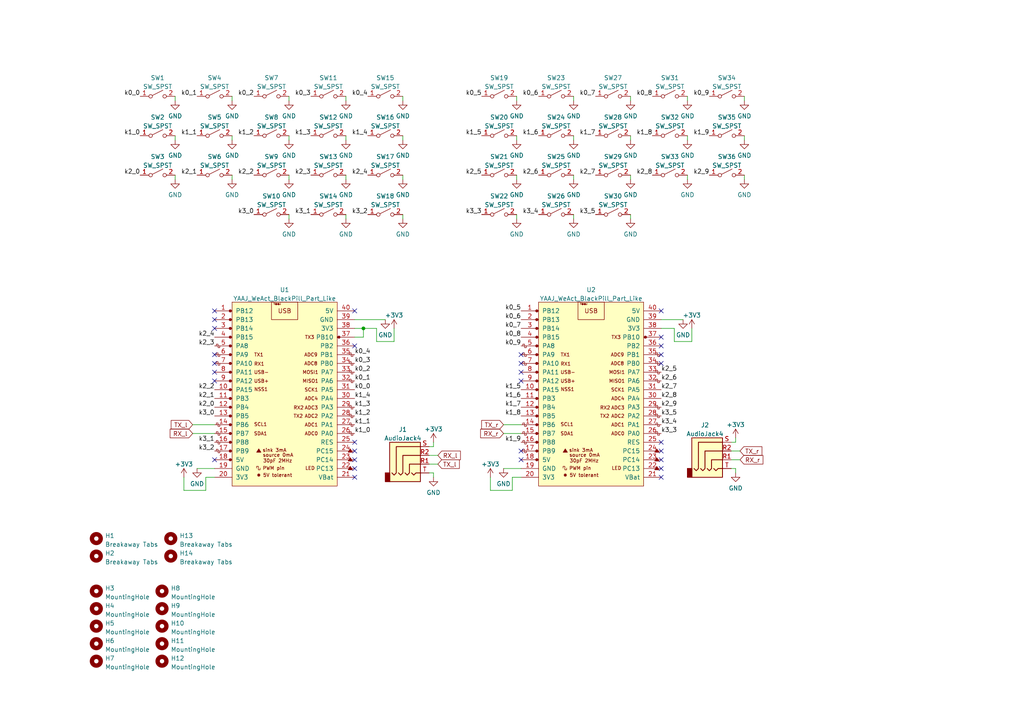
<source format=kicad_sch>
(kicad_sch (version 20211123) (generator eeschema)
  (paper "A4")
  (lib_symbols
    (symbol "Connector:AudioJack4"
      (property "Reference" "J" (at 0 8.89 0))
      (property "Value" "AudioJack4" (at 0 6.35 0))
      (symbol "AudioJack4_0_1"
        (rectangle (start -6.35 -5.08) (end -7.62 -7.62) (stroke (width 0.254)) (fill (type outline)))
        (polyline (pts (xy 0 -5.08) (xy 0.635 -5.715) (xy 1.27 -5.08) (xy 2.54 -5.08)) (stroke (width 0.254)))
        (polyline (pts (xy -5.715 -5.08) (xy -5.08 -5.715) (xy -4.445 -5.08) (xy -4.445 2.54) (xy 2.54 2.54)) (stroke (width 0.254)))
        (polyline (pts (xy -1.905 -5.08) (xy -1.27 -5.715) (xy -0.635 -5.08) (xy -0.635 -2.54) (xy 2.54 -2.54)) (stroke (width 0.254)))
        (polyline (pts (xy 2.54 0) (xy -2.54 0) (xy -2.54 -5.08) (xy -3.175 -5.715) (xy -3.81 -5.08)) (stroke (width 0.254)))
        (rectangle (start 2.54 3.81) (end -6.35 -7.62) (stroke (width 0.254)) (fill (type background)))
      )
      (symbol "AudioJack4_1_1"
        (pin passive line (at 5.08 -2.54 180) (length 2.54) (name "~") (number "R1"))
        (pin passive line (at 5.08 0 180) (length 2.54) (name "~") (number "R2"))
        (pin passive line (at 5.08 2.54 180) (length 2.54) (name "~") (number "S"))
        (pin passive line (at 5.08 -5.08 180) (length 2.54) (name "~") (number "T"))
      )
    )
    (symbol "Mechanical:MountingHole" (pin_names (offset 1.016))
      (property "Reference" "H" (at 0 5.08 0))
      (property "Value" "MountingHole" (at 0 3.175 0))
      (symbol "MountingHole_0_1"
        (circle (center 0 0) (radius 1.27) (stroke (width 1.27)))
      )
    )
    (symbol "Switch:SW_SPST" (pin_names (offset 0) hide)
      (property "Reference" "SW" (at 0 3.175 0))
      (property "Value" "SW_SPST" (at 0 -2.54 0))
      (symbol "SW_SPST_0_0"
        (circle (center -2.032 0) (radius 0.508))
        (polyline (pts (xy -1.524 0.254) (xy 1.524 1.778)))
        (circle (center 2.032 0) (radius 0.508))
      )
      (symbol "SW_SPST_1_1"
        (pin passive line (at -5.08 0 0) (length 2.54) (name "A") (number "1"))
        (pin passive line (at 5.08 0 180) (length 2.54) (name "B") (number "2"))
      )
    )
    (symbol "YAAJ_WeAct_BlackPill_Part_Like:YAAJ_WeAct_BlackPill_Part_Like" (pin_names (offset 1.016))
      (property "Reference" "U" (at -12.7 27.94 0))
      (property "Value" "YAAJ_WeAct_BlackPill_Part_Like" (at 0 2.54 90))
      (symbol "YAAJ_WeAct_BlackPill_Part_Like_0_0"
        (circle (center -15.748 -20.32) (radius 0.3556) (fill (type outline)))
        (circle (center -15.748 -17.78) (radius 0.3556) (fill (type outline)))
        (circle (center -15.748 -15.24) (radius 0.3556) (fill (type outline)))
        (circle (center -15.748 -12.7) (radius 0.3556) (fill (type outline)))
        (circle (center -15.748 -10.16) (radius 0.3556) (fill (type outline)))
        (circle (center -15.748 -7.62) (radius 0.3556) (fill (type outline)))
        (circle (center -15.748 -5.08) (radius 0.3556) (fill (type outline)))
        (circle (center -15.748 -2.54) (radius 0.3556) (fill (type outline)))
        (circle (center -15.748 0) (radius 0.3556) (fill (type outline)))
        (circle (center -15.748 2.54) (radius 0.3556) (fill (type outline)))
        (circle (center -15.748 5.08) (radius 0.3556) (fill (type outline)))
        (circle (center -15.748 7.62) (radius 0.3556) (fill (type outline)))
        (circle (center -15.748 10.16) (radius 0.3556) (fill (type outline)))
        (circle (center -15.748 12.7) (radius 0.3556) (fill (type outline)))
        (circle (center -15.748 15.24) (radius 0.3556) (fill (type outline)))
        (circle (center -15.748 17.78) (radius 0.3556) (fill (type outline)))
        (circle (center -15.748 22.86) (radius 0.3556) (fill (type outline)))
        (circle (center -7.493 -24.765) (radius 0.127) (fill (type outline)))
        (circle (center -7.493 -24.765) (radius 0.254))
        (circle (center -7.493 -24.765) (radius 0.3556))
        (polyline (pts (xy -8.128 -18.161) (xy -7.493 -17.145) (xy -6.858 -18.161) (xy -8.128 -18.161) (xy -7.493 -17.272) (xy -6.985 -18.161) (xy -8.001 -18.034) (xy -7.493 -17.399) (xy -7.112 -18.161) (xy -7.874 -17.907) (xy -7.366 -17.526) (xy -7.239 -18.161) (xy -7.747 -17.78) (xy -7.239 -17.653) (xy -7.366 -18.034) (xy -7.62 -17.78) (xy -7.366 -17.907) (xy -7.493 -17.653)))
        (polyline (pts (xy 18.415 -23.241) (xy 19.05 -22.225) (xy 19.685 -23.241) (xy 18.415 -23.241) (xy 19.05 -22.352) (xy 19.558 -23.241) (xy 18.542 -23.114) (xy 19.05 -22.479) (xy 19.431 -23.241) (xy 18.669 -22.987) (xy 19.177 -22.606) (xy 19.304 -23.241) (xy 18.796 -22.86) (xy 19.304 -22.733) (xy 19.177 -23.114) (xy 18.923 -22.86) (xy 19.177 -22.987) (xy 19.05 -22.733)))
        (polyline (pts (xy 18.415 -20.701) (xy 19.05 -19.685) (xy 19.685 -20.701) (xy 18.415 -20.701) (xy 19.05 -19.812) (xy 19.558 -20.701) (xy 18.542 -20.574) (xy 19.05 -19.939) (xy 19.431 -20.701) (xy 18.669 -20.447) (xy 19.177 -20.066) (xy 19.304 -20.701) (xy 18.796 -20.32) (xy 19.304 -20.193) (xy 19.177 -20.574) (xy 18.923 -20.32) (xy 19.177 -20.447) (xy 19.05 -20.193)))
        (polyline (pts (xy 18.415 -18.161) (xy 19.05 -17.145) (xy 19.685 -18.161) (xy 18.415 -18.161) (xy 19.05 -17.272) (xy 19.558 -18.161) (xy 18.542 -18.034) (xy 19.05 -17.399) (xy 19.431 -18.161) (xy 18.669 -17.907) (xy 19.177 -17.526) (xy 19.304 -18.161) (xy 18.796 -17.78) (xy 19.304 -17.653) (xy 19.177 -18.034) (xy 18.923 -17.78) (xy 19.177 -17.907) (xy 19.05 -17.653)))
        (circle (center 15.748 15.24) (radius 0.254) (fill (type outline)))
        (circle (center 15.748 15.24) (radius 0.3556))
        (text "30pF 2MHz" (at -2.032 -20.574 0) (effects (font (size 0.9906 0.9906))))
        (text "5V tolerant" (at -2.032 -24.765 0) (effects (font (size 0.9906 0.9906))))
        (text "ADC0" (at 7.747 -12.7 0) (effects (font (size 0.9906 0.9906))))
        (text "ADC1" (at 7.747 -10.16 0) (effects (font (size 0.9906 0.9906))))
        (text "ADC2" (at 7.747 -7.62 0) (effects (font (size 0.9906 0.9906))))
        (text "ADC3" (at 7.747 -5.207 0) (effects (font (size 0.9906 0.9906))))
        (text "ADC4" (at 7.747 -2.54 0) (effects (font (size 0.9906 0.9906))))
        (text "ADC8" (at 7.62 7.62 0) (effects (font (size 0.9906 0.9906))))
        (text "ADC9" (at 7.62 10.16 0) (effects (font (size 0.9906 0.9906))))
        (text "LED" (at 7.366 -22.733 0) (effects (font (size 0.9906 0.9906))))
        (text "MISO1" (at 7.493 2.54 0) (effects (font (size 0.9906 0.9906))))
        (text "MOSI1" (at 7.493 5.08 0) (effects (font (size 0.9906 0.9906))))
        (text "NSS1" (at -6.858 0.127 0) (effects (font (size 0.9906 0.9906))))
        (text "PWM pin" (at -3.175 -22.733 0) (effects (font (size 0.9906 0.9906))))
        (text "RX1" (at -7.366 7.493 0) (effects (font (size 0.9906 0.9906))))
        (text "RX2" (at 4.064 -5.207 0) (effects (font (size 0.9906 0.9906))))
        (text "SCK1" (at 7.747 0 0) (effects (font (size 0.9906 0.9906))))
        (text "SCL1" (at -6.985 -10.033 0) (effects (font (size 0.9906 0.9906))))
        (text "SDA1" (at -6.985 -12.7 0) (effects (font (size 0.9906 0.9906))))
        (text "sink 3mA" (at -2.921 -17.526 0) (effects (font (size 0.9906 0.9906))))
        (text "source 0mA" (at -1.905 -18.923 0) (effects (font (size 0.9906 0.9906))))
        (text "TX1" (at -7.493 10.16 0) (effects (font (size 0.9906 0.9906))))
        (text "TX2" (at 3.937 -7.62 0) (effects (font (size 0.9906 0.9906))))
        (text "TX3" (at 7.239 15.24 0) (effects (font (size 0.9906 0.9906))))
        (text "USB" (at 0 22.86 0) (effects (font (size 1.27 1.27))))
        (text "USB+" (at -6.731 2.54 0) (effects (font (size 0.9906 0.9906))))
        (text "USB-" (at -6.731 5.08 0) (effects (font (size 0.9906 0.9906))))
        (text "Y@@J" (at -2.159 24.892 0) (effects (font (size 0.508 0.508))))
      )
      (symbol "YAAJ_WeAct_BlackPill_Part_Like_0_1"
        (rectangle (start -15.24 25.4) (end 15.24 -27.94) (fill (type background)))
        (polyline (pts (xy -18.796 -17.78) (xy -18.796 -18.288) (xy -19.304 -18.288) (xy -19.304 -17.272) (xy -19.812 -17.272) (xy -19.812 -17.78)))
        (polyline (pts (xy -18.796 -15.24) (xy -18.796 -15.748) (xy -19.304 -15.748) (xy -19.304 -14.732) (xy -19.812 -14.732) (xy -19.812 -15.24)))
        (polyline (pts (xy -18.796 -12.7) (xy -18.796 -13.208) (xy -19.304 -13.208) (xy -19.304 -12.192) (xy -19.812 -12.192) (xy -19.812 -12.7)))
        (polyline (pts (xy -18.796 -10.16) (xy -18.796 -10.668) (xy -19.304 -10.668) (xy -19.304 -9.652) (xy -19.812 -9.652) (xy -19.812 -10.16)))
        (polyline (pts (xy -18.796 7.62) (xy -18.796 7.112) (xy -19.304 7.112) (xy -19.304 8.128) (xy -19.812 8.128) (xy -19.812 7.62)))
        (polyline (pts (xy -18.796 10.16) (xy -18.796 9.652) (xy -19.304 9.652) (xy -19.304 10.668) (xy -19.812 10.668) (xy -19.812 10.16)))
        (polyline (pts (xy -18.796 12.7) (xy -18.796 12.192) (xy -19.304 12.192) (xy -19.304 13.208) (xy -19.812 13.208) (xy -19.812 12.7)))
        (polyline (pts (xy -7.112 -22.733) (xy -7.112 -23.241) (xy -7.62 -23.241) (xy -7.62 -22.225) (xy -8.128 -22.225) (xy -8.128 -22.733)))
        (polyline (pts (xy 19.812 -12.7) (xy 19.812 -13.208) (xy 19.304 -13.208) (xy 19.304 -12.192) (xy 18.796 -12.192) (xy 18.796 -12.7)))
        (polyline (pts (xy 19.812 -10.16) (xy 19.812 -10.668) (xy 19.304 -10.668) (xy 19.304 -9.652) (xy 18.796 -9.652) (xy 18.796 -10.16)))
        (polyline (pts (xy 19.812 -7.62) (xy 19.812 -8.128) (xy 19.304 -8.128) (xy 19.304 -7.112) (xy 18.796 -7.112) (xy 18.796 -7.62)))
        (polyline (pts (xy 19.812 -5.08) (xy 19.812 -5.588) (xy 19.304 -5.588) (xy 19.304 -4.572) (xy 18.796 -4.572) (xy 18.796 -5.08)))
        (polyline (pts (xy 19.812 2.54) (xy 19.812 2.032) (xy 19.304 2.032) (xy 19.304 3.048) (xy 18.796 3.048) (xy 18.796 2.54)))
        (polyline (pts (xy 19.812 5.08) (xy 19.812 4.572) (xy 19.304 4.572) (xy 19.304 5.588) (xy 18.796 5.588) (xy 18.796 5.08)))
        (polyline (pts (xy 19.812 7.62) (xy 19.812 7.112) (xy 19.304 7.112) (xy 19.304 8.128) (xy 18.796 8.128) (xy 18.796 7.62)))
        (polyline (pts (xy 19.812 10.16) (xy 19.812 9.652) (xy 19.304 9.652) (xy 19.304 10.668) (xy 18.796 10.668) (xy 18.796 10.16)))
        (rectangle (start 3.81 25.4) (end -3.81 20.32))
      )
      (symbol "YAAJ_WeAct_BlackPill_Part_Like_1_1"
        (circle (center -15.748 20.32) (radius 0.3556) (fill (type outline)))
        (pin bidirectional line (at -20.32 22.86 0) (length 5.08) (name "PB12") (number "1"))
        (pin bidirectional line (at -20.32 0 0) (length 5.08) (name "PA15") (number "10"))
        (pin bidirectional line (at -20.32 -2.54 0) (length 5.08) (name "PB3") (number "11"))
        (pin bidirectional line (at -20.32 -5.08 0) (length 5.08) (name "PB4") (number "12"))
        (pin bidirectional line (at -20.32 -7.62 0) (length 5.08) (name "PB5") (number "13"))
        (pin bidirectional line (at -20.32 -10.16 0) (length 5.08) (name "PB6") (number "14"))
        (pin bidirectional line (at -20.32 -12.7 0) (length 5.08) (name "PB7") (number "15"))
        (pin bidirectional line (at -20.32 -15.24 0) (length 5.08) (name "PB8") (number "16"))
        (pin bidirectional line (at -20.32 -17.78 0) (length 5.08) (name "PB9") (number "17"))
        (pin power_in line (at -20.32 -20.32 0) (length 5.08) (name "5V") (number "18"))
        (pin power_in line (at -20.32 -22.86 0) (length 5.08) (name "GND") (number "19"))
        (pin bidirectional line (at -20.32 20.32 0) (length 5.08) (name "PB13") (number "2"))
        (pin power_in line (at -20.32 -25.4 0) (length 5.08) (name "3V3") (number "20"))
        (pin power_in line (at 20.32 -25.4 180) (length 5.08) (name "VBat") (number "21"))
        (pin bidirectional line (at 20.32 -22.86 180) (length 5.08) (name "PC13") (number "22"))
        (pin bidirectional line (at 20.32 -20.32 180) (length 5.08) (name "PC14") (number "23"))
        (pin bidirectional line (at 20.32 -17.78 180) (length 5.08) (name "PC15") (number "24"))
        (pin input line (at 20.32 -15.24 180) (length 5.08) (name "RES") (number "25"))
        (pin bidirectional line (at 20.32 -12.7 180) (length 5.08) (name "PA0") (number "26"))
        (pin bidirectional line (at 20.32 -10.16 180) (length 5.08) (name "PA1") (number "27"))
        (pin bidirectional line (at 20.32 -7.62 180) (length 5.08) (name "PA2") (number "28"))
        (pin bidirectional line (at 20.32 -5.08 180) (length 5.08) (name "PA3") (number "29"))
        (pin bidirectional line (at -20.32 17.78 0) (length 5.08) (name "PB14") (number "3"))
        (pin bidirectional line (at 20.32 -2.54 180) (length 5.08) (name "PA4") (number "30"))
        (pin bidirectional line (at 20.32 0 180) (length 5.08) (name "PA5") (number "31"))
        (pin bidirectional line (at 20.32 2.54 180) (length 5.08) (name "PA6") (number "32"))
        (pin bidirectional line (at 20.32 5.08 180) (length 5.08) (name "PA7") (number "33"))
        (pin bidirectional line (at 20.32 7.62 180) (length 5.08) (name "PB0") (number "34"))
        (pin bidirectional line (at 20.32 10.16 180) (length 5.08) (name "PB1") (number "35"))
        (pin bidirectional line (at 20.32 12.7 180) (length 5.08) (name "PB2") (number "36"))
        (pin bidirectional line (at 20.32 15.24 180) (length 5.08) (name "PB10") (number "37"))
        (pin power_in line (at 20.32 17.78 180) (length 5.08) (name "3V3") (number "38"))
        (pin power_in line (at 20.32 20.32 180) (length 5.08) (name "GND") (number "39"))
        (pin bidirectional line (at -20.32 15.24 0) (length 5.08) (name "PB15") (number "4"))
        (pin power_in line (at 20.32 22.86 180) (length 5.08) (name "5V") (number "40"))
        (pin bidirectional line (at -20.32 12.7 0) (length 5.08) (name "PA8") (number "5"))
        (pin bidirectional line (at -20.32 10.16 0) (length 5.08) (name "PA9") (number "6"))
        (pin bidirectional line (at -20.32 7.62 0) (length 5.08) (name "PA10") (number "7"))
        (pin bidirectional line (at -20.32 5.08 0) (length 5.08) (name "PA11") (number "8"))
        (pin bidirectional line (at -20.32 2.54 0) (length 5.08) (name "PA12") (number "9"))
      )
    )
    (symbol "power:+3V3" (power) (pin_names (offset 0))
      (property "Value" "+3V3" (at 0 3.556 0))
      (symbol "+3V3_0_1"
        (polyline (pts (xy -0.762 1.27) (xy 0 2.54)))
        (polyline (pts (xy 0 0) (xy 0 2.54)))
        (polyline (pts (xy 0 2.54) (xy 0.762 1.27)))
      )
      (symbol "+3V3_1_1"
        (pin power_in line (at 0 0 90) (length 0) hide (name "+3V3") (number "1"))
      )
    )
    (symbol "power:GND" (power) (pin_names (offset 0))
      (property "Value" "GND" (at 0 -3.81 0))
      (symbol "GND_0_1"
        (polyline (pts (xy 0 0) (xy 0 -1.27) (xy 1.27 -1.27) (xy 0 -2.54) (xy -1.27 -1.27) (xy 0 -1.27)))
      )
      (symbol "GND_1_1"
        (pin power_in line (at 0 0 270) (length 0) hide (name "GND") (number "1"))
      )
    )
  )
  (junction (at 105.41 95.25))
  (no_connect (at 62.23 90.17))
  (no_connect (at 62.23 92.71))
  (no_connect (at 62.23 95.25))
  (no_connect (at 102.87 138.43))
  (no_connect (at 102.87 135.89))
  (no_connect (at 102.87 133.35))
  (no_connect (at 102.87 128.27))
  (no_connect (at 102.87 130.81))
  (no_connect (at 191.77 90.17))
  (no_connect (at 191.77 138.43))
  (no_connect (at 191.77 135.89))
  (no_connect (at 191.77 133.35))
  (no_connect (at 191.77 130.81))
  (no_connect (at 191.77 128.27))
  (no_connect (at 151.13 102.87))
  (no_connect (at 151.13 105.41))
  (no_connect (at 151.13 107.95))
  (no_connect (at 151.13 110.49))
  (no_connect (at 151.13 133.35))
  (no_connect (at 62.23 102.87))
  (no_connect (at 62.23 105.41))
  (no_connect (at 62.23 107.95))
  (no_connect (at 62.23 110.49))
  (no_connect (at 102.87 90.17))
  (no_connect (at 62.23 133.35))
  (no_connect (at 151.13 130.81))
  (no_connect (at 191.77 97.79))
  (no_connect (at 191.77 100.33))
  (no_connect (at 191.77 102.87))
  (no_connect (at 191.77 105.41))
  (no_connect (at 102.87 100.33))
  (wire (pts (xy 182.88 50.8) (xy 182.88 52.07)))
  (wire (pts (xy 124.46 129.54) (xy 125.73 129.54)))
  (wire (pts (xy 199.39 39.37) (xy 199.39 40.64)))
  (wire (pts (xy 67.31 27.94) (xy 67.31 29.21)))
  (wire (pts (xy 199.39 50.8) (xy 199.39 52.07)))
  (wire (pts (xy 116.84 27.94) (xy 116.84 29.21)))
  (wire (pts (xy 114.3 99.06) (xy 114.3 95.25)))
  (wire (pts (xy 151.13 138.43) (xy 148.59 138.43)))
  (wire (pts (xy 212.09 128.27) (xy 213.36 128.27)))
  (wire (pts (xy 50.8 39.37) (xy 50.8 40.64)))
  (wire (pts (xy 200.66 99.06) (xy 200.66 95.25)))
  (wire (pts (xy 166.37 39.37) (xy 166.37 40.64)))
  (wire (pts (xy 195.58 99.06) (xy 200.66 99.06)))
  (wire (pts (xy 102.87 95.25) (xy 105.41 95.25)))
  (wire (pts (xy 55.88 125.73) (xy 62.23 125.73)))
  (wire (pts (xy 105.41 95.25) (xy 109.22 95.25)))
  (wire (pts (xy 146.05 135.89) (xy 151.13 135.89)))
  (wire (pts (xy 149.86 50.8) (xy 149.86 52.07)))
  (wire (pts (xy 83.82 62.23) (xy 83.82 63.5)))
  (wire (pts (xy 212.09 135.89) (xy 213.36 135.89)))
  (wire (pts (xy 182.88 62.23) (xy 182.88 63.5)))
  (wire (pts (xy 67.31 50.8) (xy 67.31 52.07)))
  (wire (pts (xy 83.82 27.94) (xy 83.82 29.21)))
  (wire (pts (xy 127 132.08) (xy 124.46 132.08)))
  (wire (pts (xy 213.36 135.89) (xy 213.36 137.16)))
  (wire (pts (xy 116.84 62.23) (xy 116.84 63.5)))
  (wire (pts (xy 166.37 50.8) (xy 166.37 52.07)))
  (wire (pts (xy 57.15 135.89) (xy 62.23 135.89)))
  (wire (pts (xy 50.8 27.94) (xy 50.8 29.21)))
  (wire (pts (xy 55.88 123.19) (xy 62.23 123.19)))
  (wire (pts (xy 67.31 39.37) (xy 67.31 40.64)))
  (wire (pts (xy 124.46 137.16) (xy 125.73 137.16)))
  (wire (pts (xy 146.05 125.73) (xy 151.13 125.73)))
  (wire (pts (xy 166.37 62.23) (xy 166.37 63.5)))
  (wire (pts (xy 166.37 27.94) (xy 166.37 29.21)))
  (wire (pts (xy 149.86 39.37) (xy 149.86 40.64)))
  (wire (pts (xy 59.69 142.24) (xy 53.34 142.24)))
  (wire (pts (xy 148.59 138.43) (xy 148.59 142.24)))
  (wire (pts (xy 215.9 27.94) (xy 215.9 29.21)))
  (wire (pts (xy 83.82 50.8) (xy 83.82 52.07)))
  (wire (pts (xy 215.9 39.37) (xy 215.9 40.64)))
  (wire (pts (xy 109.22 95.25) (xy 109.22 99.06)))
  (wire (pts (xy 50.8 50.8) (xy 50.8 52.07)))
  (wire (pts (xy 182.88 39.37) (xy 182.88 40.64)))
  (wire (pts (xy 125.73 137.16) (xy 125.73 138.43)))
  (wire (pts (xy 213.36 128.27) (xy 213.36 127)))
  (wire (pts (xy 100.33 27.94) (xy 100.33 29.21)))
  (wire (pts (xy 100.33 39.37) (xy 100.33 40.64)))
  (wire (pts (xy 105.41 97.79) (xy 105.41 95.25)))
  (wire (pts (xy 102.87 92.71) (xy 111.76 92.71)))
  (wire (pts (xy 191.77 95.25) (xy 195.58 95.25)))
  (wire (pts (xy 146.05 123.19) (xy 151.13 123.19)))
  (wire (pts (xy 199.39 27.94) (xy 199.39 29.21)))
  (wire (pts (xy 215.9 50.8) (xy 215.9 52.07)))
  (wire (pts (xy 148.59 142.24) (xy 142.24 142.24)))
  (wire (pts (xy 191.77 92.71) (xy 198.12 92.71)))
  (wire (pts (xy 142.24 142.24) (xy 142.24 138.43)))
  (wire (pts (xy 116.84 39.37) (xy 116.84 40.64)))
  (wire (pts (xy 53.34 142.24) (xy 53.34 138.43)))
  (wire (pts (xy 100.33 50.8) (xy 100.33 52.07)))
  (wire (pts (xy 62.23 138.43) (xy 59.69 138.43)))
  (wire (pts (xy 59.69 138.43) (xy 59.69 142.24)))
  (wire (pts (xy 127 134.62) (xy 124.46 134.62)))
  (wire (pts (xy 214.63 130.81) (xy 212.09 130.81)))
  (wire (pts (xy 100.33 62.23) (xy 100.33 63.5)))
  (wire (pts (xy 125.73 129.54) (xy 125.73 128.27)))
  (wire (pts (xy 149.86 27.94) (xy 149.86 29.21)))
  (wire (pts (xy 149.86 62.23) (xy 149.86 63.5)))
  (wire (pts (xy 195.58 95.25) (xy 195.58 99.06)))
  (wire (pts (xy 116.84 50.8) (xy 116.84 52.07)))
  (wire (pts (xy 109.22 99.06) (xy 114.3 99.06)))
  (wire (pts (xy 182.88 27.94) (xy 182.88 29.21)))
  (wire (pts (xy 214.63 133.35) (xy 212.09 133.35)))
  (wire (pts (xy 83.82 39.37) (xy 83.82 40.64)))
  (wire (pts (xy 102.87 97.79) (xy 105.41 97.79)))
  (label "k3_1" (at 90.17 62.23 180))
  (label "k0_5" (at 139.7 27.94 180))
  (label "k3_5" (at 172.72 62.23 180))
  (label "k3_1" (at 62.23 128.27 180))
  (label "k3_5" (at 191.77 120.65 0))
  (label "k2_9" (at 191.77 118.11 0))
  (label "k1_6" (at 151.13 115.57 180))
  (label "k0_1" (at 102.87 110.49 0))
  (label "k1_9" (at 151.13 128.27 180))
  (label "k2_0" (at 62.23 118.11 180))
  (label "k1_2" (at 102.87 120.65 0))
  (label "k1_0" (at 40.64 39.37 180))
  (label "k3_4" (at 191.77 123.19 0))
  (label "k2_8" (at 189.23 50.8 180))
  (label "k0_8" (at 189.23 27.94 180))
  (label "k2_8" (at 191.77 115.57 0))
  (label "k1_5" (at 151.13 113.03 180))
  (label "k2_4" (at 106.68 50.8 180))
  (label "k0_3" (at 102.87 105.41 0))
  (label "k0_3" (at 90.17 27.94 180))
  (label "k1_8" (at 151.13 120.65 180))
  (label "k2_7" (at 172.72 50.8 180))
  (label "k1_1" (at 102.87 123.19 0))
  (label "k3_4" (at 156.21 62.23 180))
  (label "k0_9" (at 205.74 27.94 180))
  (label "k2_9" (at 205.74 50.8 180))
  (label "k1_4" (at 106.68 39.37 180))
  (label "k2_5" (at 139.7 50.8 180))
  (label "k0_1" (at 57.15 27.94 180))
  (label "k1_7" (at 172.72 39.37 180))
  (label "k3_0" (at 62.23 120.65 180))
  (label "k1_8" (at 189.23 39.37 180))
  (label "k1_3" (at 90.17 39.37 180))
  (label "k2_0" (at 40.64 50.8 180))
  (label "k1_4" (at 102.87 115.57 0))
  (label "k0_2" (at 102.87 107.95 0))
  (label "k0_4" (at 102.87 102.87 0))
  (label "k1_0" (at 102.87 125.73 0))
  (label "k0_8" (at 151.13 97.79 180))
  (label "k1_7" (at 151.13 118.11 180))
  (label "k0_4" (at 106.68 27.94 180))
  (label "k1_1" (at 57.15 39.37 180))
  (label "k1_3" (at 102.87 118.11 0))
  (label "k2_6" (at 191.77 110.49 0))
  (label "k0_2" (at 73.66 27.94 180))
  (label "k3_0" (at 73.66 62.23 180))
  (label "k1_2" (at 73.66 39.37 180))
  (label "k0_6" (at 156.21 27.94 180))
  (label "k0_0" (at 40.64 27.94 180))
  (label "k3_2" (at 62.23 130.81 180))
  (label "k0_0" (at 102.87 113.03 0))
  (label "k2_7" (at 191.77 113.03 0))
  (label "k3_3" (at 191.77 125.73 0))
  (label "k3_2" (at 106.68 62.23 180))
  (label "k2_2" (at 73.66 50.8 180))
  (label "k1_9" (at 205.74 39.37 180))
  (label "k1_6" (at 156.21 39.37 180))
  (label "k2_4" (at 62.23 97.79 180))
  (label "k0_5" (at 151.13 90.17 180))
  (label "k0_9" (at 151.13 100.33 180))
  (label "k2_6" (at 156.21 50.8 180))
  (label "k3_3" (at 139.7 62.23 180))
  (label "k2_3" (at 90.17 50.8 180))
  (label "k2_3" (at 62.23 100.33 180))
  (label "k1_5" (at 139.7 39.37 180))
  (label "k2_2" (at 62.23 113.03 180))
  (label "k0_7" (at 151.13 95.25 180))
  (label "k2_1" (at 57.15 50.8 180))
  (label "k2_5" (at 191.77 107.95 0))
  (label "k2_1" (at 62.23 115.57 180))
  (label "k0_7" (at 172.72 27.94 180))
  (label "k0_6" (at 151.13 92.71 180))
  (global_label "RX_l" (shape input) (at 55.88 125.73 180) (property "Intersheet References" "${INTERSHEET_REFS}" (effects hide)))
  (global_label "RX_r" (shape input) (at 214.63 133.35 0) (property "Intersheet References" "${INTERSHEET_REFS}" (effects hide)))
  (global_label "TX_r" (shape input) (at 214.63 130.81 0) (property "Intersheet References" "${INTERSHEET_REFS}" (effects hide)))
  (global_label "TX_l" (shape input) (at 55.88 123.19 180) (property "Intersheet References" "${INTERSHEET_REFS}" (effects hide)))
  (global_label "TX_r" (shape input) (at 146.05 123.19 180) (property "Intersheet References" "${INTERSHEET_REFS}" (effects hide)))
  (global_label "RX_r" (shape input) (at 146.05 125.73 180) (property "Intersheet References" "${INTERSHEET_REFS}" (effects hide)))
  (global_label "TX_l" (shape input) (at 127 134.62 0) (property "Intersheet References" "${INTERSHEET_REFS}" (effects hide)))
  (global_label "RX_l" (shape input) (at 127 132.08 0) (property "Intersheet References" "${INTERSHEET_REFS}" (effects hide)))
  (symbol (lib_id "YAAJ_WeAct_BlackPill_Part_Like:YAAJ_WeAct_BlackPill_Part_Like") (at 82.55 113.03 0) (unit 1)
    (property "Reference" "U1" (at 82.55 84.0572 0))
    (property "Value" "YAAJ_WeAct_BlackPill_Part_Like" (at 82.55 86.5941 0))
    (property "Footprint" "tenax:BlackPill_STLINK" (effects hide))
  )
  (symbol (lib_id "power:GND") (at 149.86 63.5 0) (unit 1)
    (property "Reference" "#PWR022" (effects hide))
    (property "Value" "GND" (at 149.86 67.9434 0))
  )
  (symbol (lib_id "Switch:SW_SPST") (at 95.25 62.23 0) (unit 1)
    (property "Reference" "SW14" (at 95.25 56.8792 0))
    (property "Value" "SW_SPST" (at 95.25 59.4161 0))
    (property "Footprint" "tenax:CherryMX_Hotswap" (effects hide))
  )
  (symbol (lib_id "power:GND") (at 166.37 52.07 0) (unit 1)
    (property "Reference" "#PWR025" (effects hide))
    (property "Value" "GND" (at 166.37 56.5134 0))
  )
  (symbol (lib_id "power:GND") (at 100.33 52.07 0) (unit 1)
    (property "Reference" "#PWR013" (effects hide))
    (property "Value" "GND" (at 100.33 56.5134 0))
  )
  (symbol (lib_id "power:+3V3") (at 53.34 138.43 0) (unit 1)
    (property "Reference" "#PWR0112" (effects hide))
    (property "Value" "+3V3" (at 53.34 134.62 0))
  )
  (symbol (lib_id "power:GND") (at 182.88 63.5 0) (unit 1)
    (property "Reference" "#PWR030" (effects hide))
    (property "Value" "GND" (at 182.88 67.9434 0))
  )
  (symbol (lib_id "Mechanical:MountingHole") (at 27.94 161.29 0) (unit 1)
    (property "Reference" "H2" (at 30.48 160.4553 0) (effects (justify left)))
    (property "Value" "Breakaway Tabs" (at 30.48 162.9922 0) (effects (justify left)))
    (property "Footprint" "tenax:Breakaway_Tabs" (effects hide))
  )
  (symbol (lib_id "Switch:SW_SPST") (at 210.82 27.94 0) (unit 1)
    (property "Reference" "SW34" (at 210.82 22.5892 0))
    (property "Value" "SW_SPST" (at 210.82 25.1261 0))
    (property "Footprint" "tenax:CherryMX_Hotswap" (effects hide))
  )
  (symbol (lib_id "Switch:SW_SPST") (at 144.78 39.37 0) (unit 1)
    (property "Reference" "SW20" (at 144.78 34.0192 0))
    (property "Value" "SW_SPST" (at 144.78 36.5561 0))
    (property "Footprint" "tenax:CherryMX_Hotswap" (effects hide))
  )
  (symbol (lib_id "Switch:SW_SPST") (at 194.31 39.37 0) (unit 1)
    (property "Reference" "SW32" (at 194.31 34.0192 0))
    (property "Value" "SW_SPST" (at 194.31 36.5561 0))
    (property "Footprint" "tenax:CherryMX_Hotswap" (effects hide))
  )
  (symbol (lib_id "power:GND") (at 100.33 63.5 0) (unit 1)
    (property "Reference" "#PWR014" (effects hide))
    (property "Value" "GND" (at 100.33 67.9434 0))
  )
  (symbol (lib_id "power:+3V3") (at 142.24 138.43 0) (unit 1)
    (property "Reference" "#PWR0107" (effects hide))
    (property "Value" "+3V3" (at 142.24 134.62 0))
  )
  (symbol (lib_id "Switch:SW_SPST") (at 144.78 62.23 0) (unit 1)
    (property "Reference" "SW22" (at 144.78 56.8792 0))
    (property "Value" "SW_SPST" (at 144.78 59.4161 0))
    (property "Footprint" "tenax:CherryMX_Hotswap" (effects hide))
  )
  (symbol (lib_id "power:GND") (at 166.37 29.21 0) (unit 1)
    (property "Reference" "#PWR023" (effects hide))
    (property "Value" "GND" (at 166.37 33.6534 0))
  )
  (symbol (lib_id "Mechanical:MountingHole") (at 49.53 161.29 0) (unit 1)
    (property "Reference" "H14" (at 52.07 160.4553 0) (effects (justify left)))
    (property "Value" "Breakaway Tabs" (at 52.07 162.9922 0) (effects (justify left)))
    (property "Footprint" "tenax:Breakaway_Tabs" (effects hide))
  )
  (symbol (lib_id "Switch:SW_SPST") (at 194.31 27.94 0) (unit 1)
    (property "Reference" "SW31" (at 194.31 22.5892 0))
    (property "Value" "SW_SPST" (at 194.31 25.1261 0))
    (property "Footprint" "tenax:CherryMX_Hotswap" (effects hide))
  )
  (symbol (lib_id "Switch:SW_SPST") (at 144.78 27.94 0) (unit 1)
    (property "Reference" "SW19" (at 144.78 22.5892 0))
    (property "Value" "SW_SPST" (at 144.78 25.1261 0))
    (property "Footprint" "tenax:CherryMX_Hotswap" (effects hide))
  )
  (symbol (lib_id "Switch:SW_SPST") (at 111.76 50.8 0) (unit 1)
    (property "Reference" "SW17" (at 111.76 45.4492 0))
    (property "Value" "SW_SPST" (at 111.76 47.9861 0))
    (property "Footprint" "tenax:CherryMX_Hotswap" (effects hide))
  )
  (symbol (lib_id "power:GND") (at 213.36 137.16 0) (unit 1)
    (property "Reference" "#PWR0103" (effects hide))
    (property "Value" "GND" (at 213.36 141.6034 0))
  )
  (symbol (lib_id "Switch:SW_SPST") (at 177.8 39.37 0) (unit 1)
    (property "Reference" "SW28" (at 177.8 34.0192 0))
    (property "Value" "SW_SPST" (at 177.8 36.5561 0))
    (property "Footprint" "tenax:CherryMX_Hotswap" (effects hide))
  )
  (symbol (lib_id "power:GND") (at 199.39 52.07 0) (unit 1)
    (property "Reference" "#PWR033" (effects hide))
    (property "Value" "GND" (at 199.39 56.5134 0))
  )
  (symbol (lib_id "YAAJ_WeAct_BlackPill_Part_Like:YAAJ_WeAct_BlackPill_Part_Like") (at 171.45 113.03 0) (unit 1)
    (property "Reference" "U2" (at 171.45 84.0572 0))
    (property "Value" "YAAJ_WeAct_BlackPill_Part_Like" (at 171.45 86.5941 0))
    (property "Footprint" "tenax:BlackPill_STLINK" (effects hide))
  )
  (symbol (lib_id "Switch:SW_SPST") (at 95.25 39.37 0) (unit 1)
    (property "Reference" "SW12" (at 95.25 34.0192 0))
    (property "Value" "SW_SPST" (at 95.25 36.5561 0))
    (property "Footprint" "tenax:CherryMX_Hotswap" (effects hide))
  )
  (symbol (lib_id "power:GND") (at 83.82 40.64 0) (unit 1)
    (property "Reference" "#PWR08" (effects hide))
    (property "Value" "GND" (at 83.82 45.0834 0))
  )
  (symbol (lib_id "Mechanical:MountingHole") (at 46.99 191.77 0) (unit 1)
    (property "Reference" "H12" (at 49.53 190.9353 0) (effects (justify left)))
    (property "Value" "MountingHole" (at 49.53 193.4722 0) (effects (justify left)))
    (property "Footprint" "tenax:M2_HOLE_v2" (effects hide))
  )
  (symbol (lib_id "power:GND") (at 67.31 52.07 0) (unit 1)
    (property "Reference" "#PWR06" (effects hide))
    (property "Value" "GND" (at 67.31 56.5134 0))
  )
  (symbol (lib_id "power:GND") (at 57.15 135.89 0) (unit 1)
    (property "Reference" "#PWR0111" (effects hide))
    (property "Value" "GND" (at 57.15 140.3334 0))
  )
  (symbol (lib_id "Switch:SW_SPST") (at 45.72 39.37 0) (unit 1)
    (property "Reference" "SW2" (at 45.72 34.0192 0))
    (property "Value" "SW_SPST" (at 45.72 36.5561 0))
    (property "Footprint" "tenax:CherryMX_Hotswap" (effects hide))
  )
  (symbol (lib_id "Switch:SW_SPST") (at 78.74 39.37 0) (unit 1)
    (property "Reference" "SW8" (at 78.74 34.0192 0))
    (property "Value" "SW_SPST" (at 78.74 36.5561 0))
    (property "Footprint" "tenax:CherryMX_Hotswap" (effects hide))
  )
  (symbol (lib_id "power:GND") (at 125.73 138.43 0) (unit 1)
    (property "Reference" "#PWR0109" (effects hide))
    (property "Value" "GND" (at 125.73 142.8734 0))
  )
  (symbol (lib_id "Switch:SW_SPST") (at 210.82 50.8 0) (unit 1)
    (property "Reference" "SW36" (at 210.82 45.4492 0))
    (property "Value" "SW_SPST" (at 210.82 47.9861 0))
    (property "Footprint" "tenax:CherryMX_Hotswap" (effects hide))
  )
  (symbol (lib_id "Mechanical:MountingHole") (at 27.94 176.53 0) (unit 1)
    (property "Reference" "H4" (at 30.48 175.6953 0) (effects (justify left)))
    (property "Value" "MountingHole" (at 30.48 178.2322 0) (effects (justify left)))
    (property "Footprint" "tenax:M2_HOLE_v2" (effects hide))
  )
  (symbol (lib_id "Connector:AudioJack4") (at 207.01 130.81 0) (unit 1)
    (property "Reference" "J2" (at 204.47 123.3002 0))
    (property "Value" "AudioJack4" (at 204.47 125.8371 0))
    (property "Footprint" "tenax:MJ-4PP-9_1side" (effects hide))
  )
  (symbol (lib_id "Switch:SW_SPST") (at 177.8 27.94 0) (unit 1)
    (property "Reference" "SW27" (at 177.8 22.5892 0))
    (property "Value" "SW_SPST" (at 177.8 25.1261 0))
    (property "Footprint" "tenax:CherryMX_Hotswap" (effects hide))
  )
  (symbol (lib_id "power:GND") (at 146.05 135.89 0) (unit 1)
    (property "Reference" "#PWR0108" (effects hide))
    (property "Value" "GND" (at 146.05 140.3334 0))
  )
  (symbol (lib_id "power:+3V3") (at 125.73 128.27 0) (unit 1)
    (property "Reference" "#PWR0110" (effects hide))
    (property "Value" "+3V3" (at 125.73 124.46 0))
  )
  (symbol (lib_id "Switch:SW_SPST") (at 62.23 50.8 0) (unit 1)
    (property "Reference" "SW6" (at 62.23 45.4492 0))
    (property "Value" "SW_SPST" (at 62.23 47.9861 0))
    (property "Footprint" "tenax:CherryMX_Hotswap" (effects hide))
  )
  (symbol (lib_id "Switch:SW_SPST") (at 62.23 27.94 0) (unit 1)
    (property "Reference" "SW4" (at 62.23 22.5892 0))
    (property "Value" "SW_SPST" (at 62.23 25.1261 0))
    (property "Footprint" "tenax:CherryMX_Hotswap" (effects hide))
  )
  (symbol (lib_id "power:GND") (at 182.88 29.21 0) (unit 1)
    (property "Reference" "#PWR027" (effects hide))
    (property "Value" "GND" (at 182.88 33.6534 0))
  )
  (symbol (lib_id "Switch:SW_SPST") (at 45.72 27.94 0) (unit 1)
    (property "Reference" "SW1" (at 45.72 22.5892 0))
    (property "Value" "SW_SPST" (at 45.72 25.1261 0))
    (property "Footprint" "tenax:CherryMX_Hotswap" (effects hide))
  )
  (symbol (lib_id "power:GND") (at 50.8 40.64 0) (unit 1)
    (property "Reference" "#PWR02" (effects hide))
    (property "Value" "GND" (at 50.8 45.0834 0))
  )
  (symbol (lib_id "Switch:SW_SPST") (at 144.78 50.8 0) (unit 1)
    (property "Reference" "SW21" (at 144.78 45.4492 0))
    (property "Value" "SW_SPST" (at 144.78 47.9861 0))
    (property "Footprint" "tenax:CherryMX_Hotswap" (effects hide))
  )
  (symbol (lib_id "Switch:SW_SPST") (at 45.72 50.8 0) (unit 1)
    (property "Reference" "SW3" (at 45.72 45.4492 0))
    (property "Value" "SW_SPST" (at 45.72 47.9861 0))
    (property "Footprint" "tenax:CherryMX_Hotswap" (effects hide))
  )
  (symbol (lib_id "power:+3V3") (at 213.36 127 0) (unit 1)
    (property "Reference" "#PWR0104" (effects hide))
    (property "Value" "+3V3" (at 213.36 123.19 0))
  )
  (symbol (lib_id "power:GND") (at 100.33 29.21 0) (unit 1)
    (property "Reference" "#PWR011" (effects hide))
    (property "Value" "GND" (at 100.33 33.6534 0))
  )
  (symbol (lib_id "Mechanical:MountingHole") (at 27.94 171.45 0) (unit 1)
    (property "Reference" "H3" (at 30.48 170.6153 0) (effects (justify left)))
    (property "Value" "MountingHole" (at 30.48 173.1522 0) (effects (justify left)))
    (property "Footprint" "tenax:M2_HOLE_v2" (effects hide))
  )
  (symbol (lib_id "power:GND") (at 83.82 52.07 0) (unit 1)
    (property "Reference" "#PWR09" (effects hide))
    (property "Value" "GND" (at 83.82 56.5134 0))
  )
  (symbol (lib_id "Connector:AudioJack4") (at 119.38 132.08 0) (unit 1)
    (property "Reference" "J1" (at 116.84 124.5702 0))
    (property "Value" "AudioJack4" (at 116.84 127.1071 0))
    (property "Footprint" "tenax:MJ-4PP-9_1side" (effects hide))
  )
  (symbol (lib_id "power:GND") (at 116.84 29.21 0) (unit 1)
    (property "Reference" "#PWR015" (effects hide))
    (property "Value" "GND" (at 116.84 33.6534 0))
  )
  (symbol (lib_id "power:GND") (at 67.31 40.64 0) (unit 1)
    (property "Reference" "#PWR05" (effects hide))
    (property "Value" "GND" (at 67.31 45.0834 0))
  )
  (symbol (lib_id "Switch:SW_SPST") (at 111.76 27.94 0) (unit 1)
    (property "Reference" "SW15" (at 111.76 22.5892 0))
    (property "Value" "SW_SPST" (at 111.76 25.1261 0))
    (property "Footprint" "tenax:CherryMX_Hotswap" (effects hide))
  )
  (symbol (lib_id "Switch:SW_SPST") (at 161.29 39.37 0) (unit 1)
    (property "Reference" "SW24" (at 161.29 34.0192 0))
    (property "Value" "SW_SPST" (at 161.29 36.5561 0))
    (property "Footprint" "tenax:CherryMX_Hotswap" (effects hide))
  )
  (symbol (lib_id "Switch:SW_SPST") (at 177.8 50.8 0) (unit 1)
    (property "Reference" "SW29" (at 177.8 45.4492 0))
    (property "Value" "SW_SPST" (at 177.8 47.9861 0))
    (property "Footprint" "tenax:CherryMX_Hotswap" (effects hide))
  )
  (symbol (lib_id "power:GND") (at 198.12 92.71 0) (unit 1)
    (property "Reference" "#PWR0106" (effects hide))
    (property "Value" "GND" (at 198.12 97.1534 0))
  )
  (symbol (lib_id "power:GND") (at 111.76 92.71 0) (unit 1)
    (property "Reference" "#PWR0101" (effects hide))
    (property "Value" "GND" (at 111.76 97.1534 0))
  )
  (symbol (lib_id "power:GND") (at 83.82 63.5 0) (unit 1)
    (property "Reference" "#PWR010" (effects hide))
    (property "Value" "GND" (at 83.82 67.9434 0))
  )
  (symbol (lib_id "Switch:SW_SPST") (at 78.74 27.94 0) (unit 1)
    (property "Reference" "SW7" (at 78.74 22.5892 0))
    (property "Value" "SW_SPST" (at 78.74 25.1261 0))
    (property "Footprint" "tenax:CherryMX_Hotswap" (effects hide))
  )
  (symbol (lib_id "Mechanical:MountingHole") (at 27.94 181.61 0) (unit 1)
    (property "Reference" "H5" (at 30.48 180.7753 0) (effects (justify left)))
    (property "Value" "MountingHole" (at 30.48 183.3122 0) (effects (justify left)))
    (property "Footprint" "tenax:M2_HOLE_v2" (effects hide))
  )
  (symbol (lib_id "Switch:SW_SPST") (at 78.74 62.23 0) (unit 1)
    (property "Reference" "SW10" (at 78.74 56.8792 0))
    (property "Value" "SW_SPST" (at 78.74 59.4161 0))
    (property "Footprint" "tenax:CherryMX_Hotswap" (effects hide))
  )
  (symbol (lib_id "Switch:SW_SPST") (at 161.29 50.8 0) (unit 1)
    (property "Reference" "SW25" (at 161.29 45.4492 0))
    (property "Value" "SW_SPST" (at 161.29 47.9861 0))
    (property "Footprint" "tenax:CherryMX_Hotswap" (effects hide))
  )
  (symbol (lib_id "power:GND") (at 182.88 52.07 0) (unit 1)
    (property "Reference" "#PWR029" (effects hide))
    (property "Value" "GND" (at 182.88 56.5134 0))
  )
  (symbol (lib_id "Switch:SW_SPST") (at 78.74 50.8 0) (unit 1)
    (property "Reference" "SW9" (at 78.74 45.4492 0))
    (property "Value" "SW_SPST" (at 78.74 47.9861 0))
    (property "Footprint" "tenax:CherryMX_Hotswap" (effects hide))
  )
  (symbol (lib_id "power:GND") (at 50.8 29.21 0) (unit 1)
    (property "Reference" "#PWR01" (effects hide))
    (property "Value" "GND" (at 50.8 33.6534 0))
  )
  (symbol (lib_id "Mechanical:MountingHole") (at 46.99 186.69 0) (unit 1)
    (property "Reference" "H11" (at 49.53 185.8553 0) (effects (justify left)))
    (property "Value" "MountingHole" (at 49.53 188.3922 0) (effects (justify left)))
    (property "Footprint" "tenax:M2_HOLE_v2" (effects hide))
  )
  (symbol (lib_id "Switch:SW_SPST") (at 111.76 62.23 0) (unit 1)
    (property "Reference" "SW18" (at 111.76 56.8792 0))
    (property "Value" "SW_SPST" (at 111.76 59.4161 0))
    (property "Footprint" "tenax:CherryMX_Hotswap" (effects hide))
  )
  (symbol (lib_id "power:GND") (at 215.9 52.07 0) (unit 1)
    (property "Reference" "#PWR036" (effects hide))
    (property "Value" "GND" (at 215.9 56.5134 0))
  )
  (symbol (lib_id "Switch:SW_SPST") (at 95.25 50.8 0) (unit 1)
    (property "Reference" "SW13" (at 95.25 45.4492 0))
    (property "Value" "SW_SPST" (at 95.25 47.9861 0))
    (property "Footprint" "tenax:CherryMX_Hotswap" (effects hide))
  )
  (symbol (lib_id "Switch:SW_SPST") (at 161.29 62.23 0) (unit 1)
    (property "Reference" "SW26" (at 161.29 56.8792 0))
    (property "Value" "SW_SPST" (at 161.29 59.4161 0))
    (property "Footprint" "tenax:CherryMX_Hotswap" (effects hide))
  )
  (symbol (lib_id "power:GND") (at 149.86 29.21 0) (unit 1)
    (property "Reference" "#PWR019" (effects hide))
    (property "Value" "GND" (at 149.86 33.6534 0))
  )
  (symbol (lib_id "power:GND") (at 100.33 40.64 0) (unit 1)
    (property "Reference" "#PWR012" (effects hide))
    (property "Value" "GND" (at 100.33 45.0834 0))
  )
  (symbol (lib_id "power:GND") (at 116.84 52.07 0) (unit 1)
    (property "Reference" "#PWR017" (effects hide))
    (property "Value" "GND" (at 116.84 56.5134 0))
  )
  (symbol (lib_id "power:+3V3") (at 114.3 95.25 0) (unit 1)
    (property "Reference" "#PWR0102" (effects hide))
    (property "Value" "+3V3" (at 114.3 91.44 0))
  )
  (symbol (lib_id "power:GND") (at 149.86 40.64 0) (unit 1)
    (property "Reference" "#PWR020" (effects hide))
    (property "Value" "GND" (at 149.86 45.0834 0))
  )
  (symbol (lib_id "Mechanical:MountingHole") (at 27.94 186.69 0) (unit 1)
    (property "Reference" "H6" (at 30.48 185.8553 0) (effects (justify left)))
    (property "Value" "MountingHole" (at 30.48 188.3922 0) (effects (justify left)))
    (property "Footprint" "tenax:M2_HOLE_v2" (effects hide))
  )
  (symbol (lib_id "power:GND") (at 166.37 40.64 0) (unit 1)
    (property "Reference" "#PWR024" (effects hide))
    (property "Value" "GND" (at 166.37 45.0834 0))
  )
  (symbol (lib_id "power:GND") (at 199.39 40.64 0) (unit 1)
    (property "Reference" "#PWR032" (effects hide))
    (property "Value" "GND" (at 199.39 45.0834 0))
  )
  (symbol (lib_id "power:GND") (at 116.84 63.5 0) (unit 1)
    (property "Reference" "#PWR018" (effects hide))
    (property "Value" "GND" (at 116.84 67.9434 0))
  )
  (symbol (lib_id "Mechanical:MountingHole") (at 46.99 171.45 0) (unit 1)
    (property "Reference" "H8" (at 49.53 170.6153 0) (effects (justify left)))
    (property "Value" "MountingHole" (at 49.53 173.1522 0) (effects (justify left)))
    (property "Footprint" "tenax:M2_HOLE_v2" (effects hide))
  )
  (symbol (lib_id "Switch:SW_SPST") (at 95.25 27.94 0) (unit 1)
    (property "Reference" "SW11" (at 95.25 22.5892 0))
    (property "Value" "SW_SPST" (at 95.25 25.1261 0))
    (property "Footprint" "tenax:CherryMX_Hotswap" (effects hide))
  )
  (symbol (lib_id "Switch:SW_SPST") (at 177.8 62.23 0) (unit 1)
    (property "Reference" "SW30" (at 177.8 56.8792 0))
    (property "Value" "SW_SPST" (at 177.8 59.4161 0))
    (property "Footprint" "tenax:CherryMX_Hotswap" (effects hide))
  )
  (symbol (lib_id "power:GND") (at 149.86 52.07 0) (unit 1)
    (property "Reference" "#PWR021" (effects hide))
    (property "Value" "GND" (at 149.86 56.5134 0))
  )
  (symbol (lib_id "power:GND") (at 50.8 52.07 0) (unit 1)
    (property "Reference" "#PWR03" (effects hide))
    (property "Value" "GND" (at 50.8 56.5134 0))
  )
  (symbol (lib_id "Mechanical:MountingHole") (at 27.94 156.21 0) (unit 1)
    (property "Reference" "H1" (at 30.48 155.3753 0) (effects (justify left)))
    (property "Value" "Breakaway Tabs" (at 30.48 157.9122 0) (effects (justify left)))
    (property "Footprint" "tenax:Breakaway_Tabs" (effects hide))
  )
  (symbol (lib_id "Switch:SW_SPST") (at 62.23 39.37 0) (unit 1)
    (property "Reference" "SW5" (at 62.23 34.0192 0))
    (property "Value" "SW_SPST" (at 62.23 36.5561 0))
    (property "Footprint" "tenax:CherryMX_Hotswap" (effects hide))
  )
  (symbol (lib_id "power:GND") (at 166.37 63.5 0) (unit 1)
    (property "Reference" "#PWR026" (effects hide))
    (property "Value" "GND" (at 166.37 67.9434 0))
  )
  (symbol (lib_id "Switch:SW_SPST") (at 161.29 27.94 0) (unit 1)
    (property "Reference" "SW23" (at 161.29 22.5892 0))
    (property "Value" "SW_SPST" (at 161.29 25.1261 0))
    (property "Footprint" "tenax:CherryMX_Hotswap" (effects hide))
  )
  (symbol (lib_id "power:GND") (at 199.39 29.21 0) (unit 1)
    (property "Reference" "#PWR031" (effects hide))
    (property "Value" "GND" (at 199.39 33.6534 0))
  )
  (symbol (lib_id "power:GND") (at 215.9 29.21 0) (unit 1)
    (property "Reference" "#PWR034" (effects hide))
    (property "Value" "GND" (at 215.9 33.6534 0))
  )
  (symbol (lib_id "power:GND") (at 67.31 29.21 0) (unit 1)
    (property "Reference" "#PWR04" (effects hide))
    (property "Value" "GND" (at 67.31 33.6534 0))
  )
  (symbol (lib_id "power:GND") (at 182.88 40.64 0) (unit 1)
    (property "Reference" "#PWR028" (effects hide))
    (property "Value" "GND" (at 182.88 45.0834 0))
  )
  (symbol (lib_id "Switch:SW_SPST") (at 111.76 39.37 0) (unit 1)
    (property "Reference" "SW16" (at 111.76 34.0192 0))
    (property "Value" "SW_SPST" (at 111.76 36.5561 0))
    (property "Footprint" "tenax:CherryMX_Hotswap" (effects hide))
  )
  (symbol (lib_id "Switch:SW_SPST") (at 210.82 39.37 0) (unit 1)
    (property "Reference" "SW35" (at 210.82 34.0192 0))
    (property "Value" "SW_SPST" (at 210.82 36.5561 0))
    (property "Footprint" "tenax:CherryMX_Hotswap" (effects hide))
  )
  (symbol (lib_id "power:GND") (at 215.9 40.64 0) (unit 1)
    (property "Reference" "#PWR035" (effects hide))
    (property "Value" "GND" (at 215.9 45.0834 0))
  )
  (symbol (lib_id "Switch:SW_SPST") (at 194.31 50.8 0) (unit 1)
    (property "Reference" "SW33" (at 194.31 45.4492 0))
    (property "Value" "SW_SPST" (at 194.31 47.9861 0))
    (property "Footprint" "tenax:CherryMX_Hotswap" (effects hide))
  )
  (symbol (lib_id "Mechanical:MountingHole") (at 49.53 156.21 0) (unit 1)
    (property "Reference" "H13" (at 52.07 155.3753 0) (effects (justify left)))
    (property "Value" "Breakaway Tabs" (at 52.07 157.9122 0) (effects (justify left)))
    (property "Footprint" "tenax:Breakaway_Tabs" (effects hide))
  )
  (symbol (lib_id "Mechanical:MountingHole") (at 46.99 176.53 0) (unit 1)
    (property "Reference" "H9" (at 49.53 175.6953 0) (effects (justify left)))
    (property "Value" "MountingHole" (at 49.53 178.2322 0) (effects (justify left)))
    (property "Footprint" "tenax:M2_HOLE_v2" (effects hide))
  )
  (symbol (lib_id "Mechanical:MountingHole") (at 27.94 191.77 0) (unit 1)
    (property "Reference" "H7" (at 30.48 190.9353 0) (effects (justify left)))
    (property "Value" "MountingHole" (at 30.48 193.4722 0) (effects (justify left)))
    (property "Footprint" "tenax:M2_HOLE_v2" (effects hide))
  )
  (symbol (lib_id "power:+3V3") (at 200.66 95.25 0) (unit 1)
    (property "Reference" "#PWR0105" (effects hide))
    (property "Value" "+3V3" (at 200.66 91.44 0))
  )
  (symbol (lib_id "power:GND") (at 83.82 29.21 0) (unit 1)
    (property "Reference" "#PWR07" (effects hide))
    (property "Value" "GND" (at 83.82 33.6534 0))
  )
  (symbol (lib_id "Mechanical:MountingHole") (at 46.99 181.61 0) (unit 1)
    (property "Reference" "H10" (at 49.53 180.7753 0) (effects (justify left)))
    (property "Value" "MountingHole" (at 49.53 183.3122 0) (effects (justify left)))
    (property "Footprint" "tenax:M2_HOLE_v2" (effects hide))
  )
  (symbol (lib_id "power:GND") (at 116.84 40.64 0) (unit 1)
    (property "Reference" "#PWR016" (effects hide))
    (property "Value" "GND" (at 116.84 45.0834 0))
  )
)
</source>
